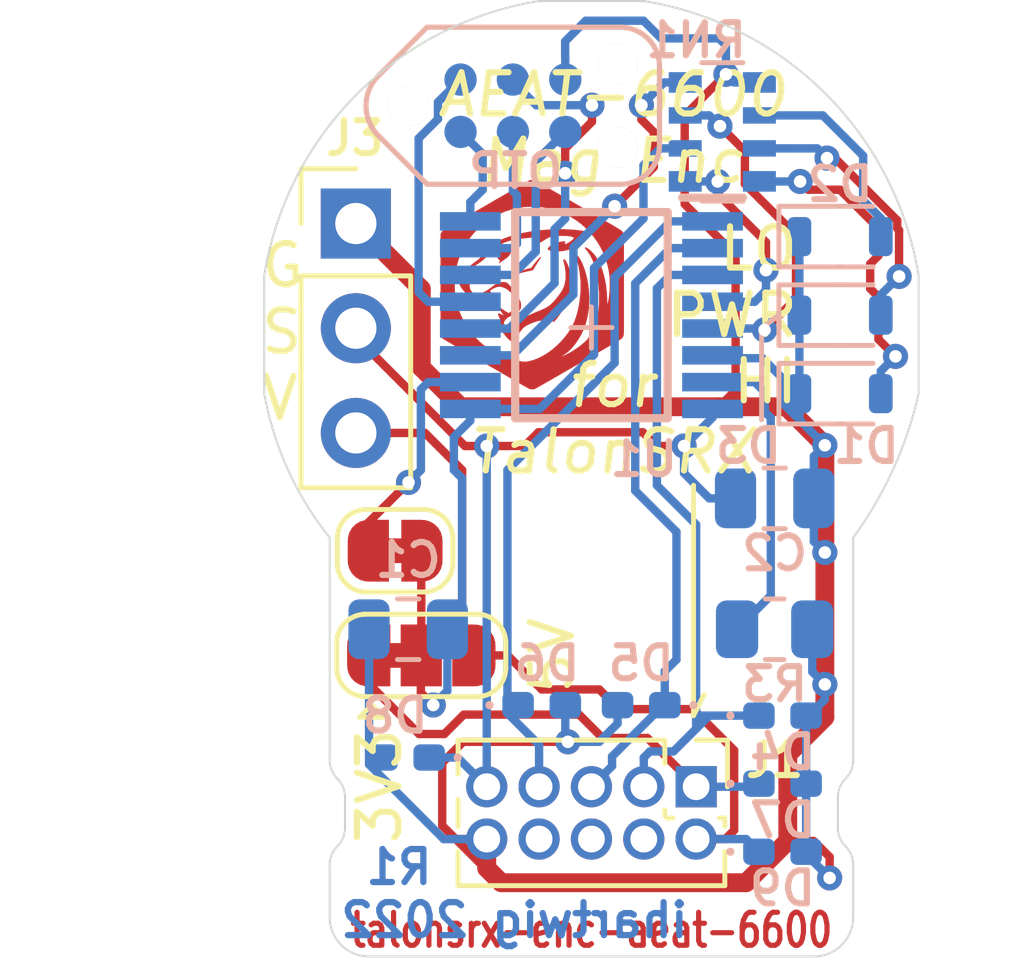
<source format=kicad_pcb>
(kicad_pcb (version 20211014) (generator pcbnew)
  (layers (0 "F.Cu" signal) (31 "B.Cu" signal) (34 "B.Paste" user) (35 "F.Paste" user) (36 "B.SilkS" user "B.Silkscreen") (37 "F.SilkS" user "F.Silkscreen") (38 "B.Mask" user) (39 "F.Mask" user) (44 "Edge.Cuts" user))
  (net 0 "")
  (net 1 "/LIM_REV")
  (net 2 "/LIM_FWD")
  (net 3 "/VDD")
  (net 4 "/MAG_HI_A")
  (net 5 "/ANA_IN")
  (net 6 "/ENC_B")
  (net 7 "/MAG_LO_A")
  (net 8 "/ENC_A")
  (net 9 "/ENC_IDX")
  (net 10 "GND")
  (net 11 "/VDD_A")
  (net 12 "/MAG_HI")
  (net 13 "/MAG_LO")
  (net 14 "/ALIGN")
  (net 15 "/VDD_F")
  (net 16 "/PWRDOWN")
  (net 17 "/VPP")
  (net 18 "/PROG")
  (net 19 "/SSI_NCS")
  (net 20 "/SSI_CLK")
  (net 21 "/SSI_DIO")
  (net 22 "+3V3")
  (net 23 "+5V")
  (footprint "MountingHole:MountingHole_2.7mm_M2.5" (layer "F.Cu") (at 160.3375 104.7242)
    (fp_text reference "H1" hide)
    (fp_text value "4-40/M2.5")
  )
  (footprint "Jumper:SolderJumper-2_P1.3mm_Bridged_RoundedPad1.0x1.5mm" (layer "F.Cu") (at 155.575 104.4575)
    (fp_text reference "JP2" hide)
    (fp_text value "SolderJumper_2_Bridged")
  )
  (footprint "Connector_PinHeader_2.54mm:PinHeader_1x03_P2.54mm_Vertical" (layer "F.Cu") (at 154.6225 96.52)
    (fp_text reference "J3")
    (fp_text value "Conn_01x03")
  )
  (footprint "Connector_PinHeader_1.27mm:PinHeader_2x05_P1.27mm_Vertical" (layer "F.Cu") (at 162.8775 110.1825 -90)
    (fp_text reference "J1")
    (fp_text value "DNP")
  )
  (footprint "Jumper:SolderJumper-3_P1.3mm_Bridged12_RoundedPad1.0x1.5mm" (layer "F.Cu") (at 156.21 106.9975)
    (fp_text reference "JP1" hide)
    (fp_text value "SolderJumper_3_Bridged12")
  )
  (footprint "frc-on-ftc-hw-special:iron_panthers_logo_fcu_5mm" (layer "F.Cu") (at 158.9 98)
    (fp_text reference "G***" hide)
    (fp_text value "LOGO" hide)
  )
  (footprint "frc-on-ftc-hw-special:AEAT-6600-T16-SOP65P640X120-16N" (layer "B.Cu") (at 160.3375 98.7425 180)
    (fp_text reference "U1")
    (fp_text value "AEAT-6600-T16" hide)
  )
  (footprint "Diode_SMD:D_0402_1005Metric_Pad0.77x0.64mm_HandSolder" (layer "B.Cu") (at 164.973 111.76)
    (fp_text reference "D9")
    (fp_text value "7VW/9.6VC")
  )
  (footprint "Resistor_SMD:R_Array_Convex_4x0603" (layer "B.Cu") (at 163.5125 94.2975 180)
    (fp_text reference "RN1")
    (fp_text value "2.2k")
  )
  (footprint "Diode_SMD:D_0402_1005Metric_Pad0.77x0.64mm_HandSolder" (layer "B.Cu") (at 159.131 108.204)
    (fp_text reference "D6")
    (fp_text value "7VW/9.6VC")
  )
  (footprint "Capacitor_SMD:C_0805_2012Metric" (layer "B.Cu") (at 155.8925 106.3625 180)
    (fp_text reference "C1")
    (fp_text value "0.1uF")
  )
  (footprint "frc-on-ftc-hw-special:LED_0603_1608Metric_FromBehind" (layer "B.Cu") (at 166.37 98.7425)
    (fp_text reference "D3")
    (fp_text value "LED_Green")
  )
  (footprint "Diode_SMD:D_0402_1005Metric_Pad0.77x0.64mm_HandSolder" (layer "B.Cu") (at 164.973 110.109)
    (fp_text reference "D7")
    (fp_text value "7VW/9.6VC")
  )
  (footprint "frc-on-ftc-hw-special:LED_0603_1608Metric_FromBehind" (layer "B.Cu") (at 166.37 96.8375)
    (fp_text reference "D2")
    (fp_text value "LED_Orange")
  )
  (footprint "Capacitor_SMD:C_0805_2012Metric" (layer "B.Cu") (at 164.7825 103.1875)
    (fp_text reference "C2")
    (fp_text value "0.1uF")
  )
  (footprint "frc-on-ftc-hw-special:TC2030-NL_SMALL" (layer "B.Cu") (at 158.4325 93.6625)
    (fp_text reference "J2" hide)
    (fp_text value "Conn_02x03_Odd_Even" hide)
  )
  (footprint "Diode_SMD:D_0402_1005Metric_Pad0.77x0.64mm_HandSolder" (layer "B.Cu") (at 161.544 108.204 180)
    (fp_text reference "D5")
    (fp_text value "7VW/9.6VC")
  )
  (footprint "Resistor_SMD:R_0805_2012Metric" (layer "B.Cu") (at 164.7825 106.3625)
    (fp_text reference "R3")
    (fp_text value "DNP")
  )
  (footprint "Diode_SMD:D_0402_1005Metric_Pad0.77x0.64mm_HandSolder" (layer "B.Cu") (at 164.973 108.458)
    (fp_text reference "D4")
    (fp_text value "7VW/9.6VC")
  )
  (footprint "Diode_SMD:D_0402_1005Metric_Pad0.77x0.64mm_HandSolder" (layer "B.Cu") (at 155.829 109.474 180)
    (fp_text reference "D8")
    (fp_text value "7VW/9.6VC")
  )
  (footprint "frc-on-ftc-hw-special:LED_0603_1608Metric_FromBehind" (layer "B.Cu") (at 166.37 100.6475)
    (fp_text reference "D1")
    (fp_text value "LED_Orange")
  )
  (gr_line (start 164.465 101.2825) (end 164.465 99.06) (layer "B.SilkS") (width 0.12))
  (gr_line (start 164.465 99.06) (end 164.885 98.7425) (layer "B.SilkS") (width 0.12))
  (gr_line (start 162.814 102.87) (end 162.814 108.458) (layer "F.SilkS") (width 0.12))
  (gr_line (start 162.814 108.458) (end 163.068 107.95) (layer "F.SilkS") (width 0.12))
  (gr_arc (start 166.6875 113.3475) (mid 166.408519 114.021019) (end 165.735 114.3) (layer "Edge.Cuts") (width 0.05))
  (gr_arc (start 154.173487 109.986513) (mid 154.035836 109.780504) (end 153.9875 109.5375) (layer "Edge.Cuts") (width 0.05))
  (gr_arc (start 166.6875 109.5375) (mid 166.639164 109.780504) (end 166.501513 109.986513) (layer "Edge.Cuts") (width 0.05))
  (gr_arc (start 161.6075 91.122501) (mid 166.021547 93.375953) (end 168.274999 97.79) (layer "Edge.Cuts") (width 0.05))
  (gr_line (start 152.4 97.79) (end 152.4 100.6475) (layer "Edge.Cuts") (width 0.05))
  (gr_line (start 161.6075 91.1225) (end 159.0675 91.1225) (layer "Edge.Cuts") (width 0.05))
  (gr_arc (start 166.501513 111.628487) (mid 166.639164 111.834496) (end 166.6875 112.0775) (layer "Edge.Cuts") (width 0.05))
  (gr_arc (start 168.274999 100.6475) (mid 167.660251 102.475114) (end 166.6875 104.14) (layer "Edge.Cuts") (width 0.05))
  (gr_arc (start 153.9875 104.14) (mid 152.975999 102.492728) (end 152.4 100.6475) (layer "Edge.Cuts") (width 0.05))
  (gr_line (start 168.275 97.79) (end 168.274999 100.6475) (layer "Edge.Cuts") (width 0.05))
  (gr_arc (start 152.400001 97.79) (mid 154.653453 93.375953) (end 159.0675 91.122501) (layer "Edge.Cuts") (width 0.05))
  (gr_line (start 166.6875 109.5375) (end 166.6875 104.14) (layer "Edge.Cuts") (width 0.05))
  (gr_arc (start 166.315526 110.435526) (mid 166.363862 110.192522) (end 166.501513 109.986513) (layer "Edge.Cuts") (width 0.05))
  (gr_arc (start 154.173487 109.986513) (mid 154.311138 110.192522) (end 154.359474 110.435526) (layer "Edge.Cuts") (width 0.05))
  (gr_arc (start 153.9875 112.0775) (mid 154.035836 111.834496) (end 154.173487 111.628487) (layer "Edge.Cuts") (width 0.05))
  (gr_line (start 153.9875 109.5375) (end 153.9875 104.14) (layer "Edge.Cuts") (width 0.05))
  (gr_arc (start 166.501513 111.628487) (mid 166.363862 111.422478) (end 166.315526 111.179474) (layer "Edge.Cuts") (width 0.05))
  (gr_arc (start 154.359474 111.179474) (mid 154.311138 111.422478) (end 154.173487 111.628487) (layer "Edge.Cuts") (width 0.05))
  (gr_arc (start 154.94 114.3) (mid 154.266481 114.021019) (end 153.9875 113.3475) (layer "Edge.Cuts") (width 0.05))
  (gr_line (start 154.359474 110.435526) (end 154.359474 111.179474) (layer "Edge.Cuts") (width 0.05))
  (gr_line (start 166.315526 111.179474) (end 166.315526 110.435526) (layer "Edge.Cuts") (width 0.05))
  (gr_line (start 166.6875 112.0775) (end 166.6875 113.3475) (layer "Edge.Cuts") (width 0.05))
  (gr_line (start 153.9875 112.0775) (end 153.9875 113.3475) (layer "Edge.Cuts") (width 0.05))
  (gr_line (start 154.94 114.3) (end 165.735 114.3) (layer "Edge.Cuts") (width 0.05))
  (gr_text "talonsrx-enc-aeat-6600" (at 160.3375 113.665) (layer "F.Cu") (effects (font (size 0.8 0.6) (thickness 0.125))))
  (gr_text "R1 \nihartwig 2022" (at 154.178 112.776) (layer "B.Cu") (effects (font (size 0.8 0.8) (thickness 0.1524)) (justify right mirror)))
  (gr_text "OTP" (at 158.496 95.25) (layer "B.SilkS") (effects (font (size 0.8 0.8)) (justify mirror)))
  (gr_text "3V3" (at 155.194 110.1725 90) (layer "F.SilkS") (effects (font (size 1 1))))
  (gr_text "for\nTalonSRX" (at 160.85 101.25) (layer "F.SilkS") (effects (font (size 1 1) (thickness 0.15) italic)))
  (gr_text "AEAT-6600\nMag Enc" (at 160.85 94.2) (layer "F.SilkS") (effects (font (size 1 1) (thickness 0.15) italic)))
  (gr_text "G\nS\nV" (at 152.25 99.15) (layer "F.SilkS") (effects (font (size 1 1)) (justify left)))
  (gr_text "LO\nPWR\nHI" (at 165.4175 98.7425) (layer "F.SilkS") (effects (font (size 1 1)) (justify right)))
  (gr_text "5V" (at 159.385 106.9975 90) (layer "F.SilkS") (effects (font (size 1 1))))
  (segment (start 156.5 108.2) (end 156.2 107.9) (width 0.2032) (layer "F.Cu") (net 3))
  (segment (start 156.2 107.9) (end 156.2 107.0075) (width 0.2032) (layer "F.Cu") (net 3))
  (segment (start 156.21 106.9975) (end 156.21 104.4725) (width 0.2032) (layer "F.Cu") (net 3))
  (segment (start 156.21 104.4725) (end 156.225 104.4575) (width 0.2032) (layer "F.Cu") (net 3))
  (segment (start 156.2 107.0075) (end 156.21 106.9975) (width 0.2032) (layer "F.Cu") (net 3))
  (via (at 156.5 108.2) (size 0.6096) (drill 0.3048) (layers "F.Cu" "B.Cu") (net 3))
  (segment (start 156.8425 107.8575) (end 156.5 108.2) (width 0.2032) (layer "B.Cu") (net 3))
  (segment (start 162.6125 94.6975) (end 162.0093 94.6975) (width 0.2032) (layer "B.Cu") (net 3))
  (segment (start 156.8425 106.3625) (end 156.8425 107.8575) (width 0.2032) (layer "B.Cu") (net 3))
  (segment (start 161.6 95.1068) (end 161.6 96.4) (width 0.2032) (layer "B.Cu") (net 3))
  (segment (start 160.4 97.6) (end 160.4 99.7) (width 0.2032) (layer "B.Cu") (net 3))
  (segment (start 159.0825 101.0175) (end 157.3995 101.0175) (width 0.2032) (layer "B.Cu") (net 3))
  (segment (start 157.2 102.7) (end 157.2 106.005) (width 0.2032) (layer "B.Cu") (net 3))
  (segment (start 157 101.7) (end 157 102.5) (width 0.2032) (layer "B.Cu") (net 3))
  (segment (start 157.2 106.005) (end 156.8425 106.3625) (width 0.2032) (layer "B.Cu") (net 3))
  (segment (start 161.6 96.4) (end 160.4 97.6) (width 0.2032) (layer "B.Cu") (net 3))
  (segment (start 157.3995 101.3005) (end 157 101.7) (width 0.2032) (layer "B.Cu") (net 3))
  (segment (start 162.0093 94.6975) (end 161.6 95.1068) (width 0.2032) (layer "B.Cu") (net 3))
  (segment (start 157 102.5) (end 157.2 102.7) (width 0.2032) (layer "B.Cu") (net 3))
  (segment (start 157.3995 101.0175) (end 157.3995 101.3005) (width 0.2032) (layer "B.Cu") (net 3))
  (segment (start 160.4 99.7) (end 159.0825 101.0175) (width 0.2032) (layer "B.Cu") (net 3))
  (segment (start 165.6 95.7) (end 165.4 95.5) (width 0.2032) (layer "F.Cu") (net 4))
  (segment (start 167.3 96.634543) (end 166.365457 95.7) (width 0.2032) (layer "F.Cu") (net 4))
  (segment (start 167.713618 99.74291) (end 167.3 99.329292) (width 0.2032) (layer "F.Cu") (net 4))
  (segment (start 167.1 97.5) (end 167.3 97.3) (width 0.2032) (layer "F.Cu") (net 4))
  (segment (start 167.3 97.3) (end 167.3 96.634543) (width 0.2032) (layer "F.Cu") (net 4))
  (segment (start 166.365457 95.7) (end 166.3 95.7) (width 0.2032) (layer "F.Cu") (net 4))
  (segment (start 167.3 99.329292) (end 167.3 98.3) (width 0.2032) (layer "F.Cu") (net 4))
  (segment (start 166.3 95.7) (end 165.6 95.7) (width 0.2032) (layer "F.Cu") (net 4))
  (segment (start 167.3 98.3) (end 167.1 98.1) (width 0.2032) (layer "F.Cu") (net 4))
  (segment (start 167.1 98.1) (end 167.1 97.5) (width 0.2032) (layer "F.Cu") (net 4))
  (via (at 167.713618 99.74291) (size 0.6096) (drill 0.3048) (layers "F.Cu" "B.Cu") (net 4))
  (via (at 165.4 95.5) (size 0.6096) (drill 0.3048) (layers "F.Cu" "B.Cu") (net 4))
  (segment (start 167.3575 100.099028) (end 167.713618 99.74291) (width 0.2032) (layer "B.Cu") (net 4))
  (segment (start 167.3575 100.6475) (end 167.3575 100.099028) (width 0.2032) (layer "B.Cu") (net 4))
  (segment (start 165.4 95.5) (end 164.415 95.5) (width 0.2032) (layer "B.Cu") (net 4))
  (segment (start 164.415 95.5) (end 164.4125 95.4975) (width 0.2032) (layer "B.Cu") (net 4))
  (segment (start 154.6225 99.2725) (end 154.6225 99.06) (width 0.2032) (layer "F.Cu") (net 5))
  (segment (start 161.58375 101.58375) (end 161.9175 101.9175) (width 0.2032) (layer "F.Cu") (net 5))
  (segment (start 158.7175 101.9175) (end 159.05125 101.58375) (width 0.2032) (layer "F.Cu") (net 5))
  (segment (start 161.9175 101.9175) (end 162.5849 101.9175) (width 0.2032) (layer "F.Cu") (net 5))
  (segment (start 159.05125 101.58375) (end 161.58375 101.58375) (width 0.2032) (layer "F.Cu") (net 5))
  (segment (start 157.2675 101.9175) (end 154.6225 99.2725) (width 0.2032) (layer "F.Cu") (net 5))
  (segment (start 157.7975 101.9175) (end 158.7175 101.9175) (width 0.2032) (layer "F.Cu") (net 5))
  (segment (start 157.7975 101.9175) (end 157.2675 101.9175) (width 0.2032) (layer "F.Cu") (net 5))
  (via (at 157.7975 101.9175) (size 0.6096) (drill 0.3048) (layers "F.Cu" "B.Cu") (net 5))
  (via (at 162.5849 101.9175) (size 0.6096) (drill 0.3048) (layers "F.Cu" "B.Cu") (net 5))
  (segment (start 157.089 109.474) (end 157.7975 110.1825) (width 0.2032) (layer "B.Cu") (net 5))
  (segment (start 163.2755 101.2269) (end 162.5849 101.9175) (width 0.2032) (layer "B.Cu") (net 5))
  (segment (start 163.2755 101.0175) (end 163.2755 101.2269) (width 0.2032) (layer "B.Cu") (net 5))
  (segment (start 157.7975 110.1825) (end 157.7975 101.9175) (width 0.2032) (layer "B.Cu") (net 5))
  (segment (start 163.8325 103.1875) (end 163.195 103.1875) (width 0.2032) (layer "B.Cu") (net 5))
  (segment (start 163.195 103.1875) (end 162.5849 102.5774) (width 0.2032) (layer "B.Cu") (net 5))
  (segment (start 156.4015 109.474) (end 157.089 109.474) (width 0.2032) (layer "B.Cu") (net 5))
  (segment (start 162.5849 102.5774) (end 162.5849 101.9175) (width 0.2032) (layer "B.Cu") (net 5))
  (segment (start 162.4 107.1) (end 162.4 104) (width 0.2032) (layer "B.Cu") (net 6))
  (segment (start 162.1165 108.204) (end 162.1165 107.3835) (width 0.2032) (layer "B.Cu") (net 6))
  (segment (start 161.4 103) (end 161.4 97.970278) (width 0.2032) (layer "B.Cu") (net 6))
  (segment (start 162.1165 107.3835) (end 162.4 107.1) (width 0.2032) (layer "B.Cu") (net 6))
  (segment (start 162.082489 108.204) (end 162.1165 108.204) (width 0.2032) (layer "B.Cu") (net 6))
  (segment (start 162.4 104) (end 161.4 103) (width 0.2032) (layer "B.Cu") (net 6))
  (segment (start 160.3375 110.1825) (end 160.837499 109.682501) (width 0.2032) (layer "B.Cu") (net 6))
  (segment (start 162.252778 97.1175) (end 163.2755 97.1175) (width 0.2032) (layer "B.Cu") (net 6))
  (segment (start 161.4 97.970278) (end 162.252778 97.1175) (width 0.2032) (layer "B.Cu") (net 6))
  (segment (start 160.837499 109.44899) (end 162.082489 108.204) (width 0.2032) (layer "B.Cu") (net 6))
  (segment (start 160.837499 109.682501) (end 160.837499 109.44899) (width 0.2032) (layer "B.Cu") (net 6))
  (segment (start 167.3575 96.390225) (end 167.3575 96.8375) (width 0.2032) (layer "B.Cu") (net 7))
  (segment (start 166.928637 95.961363) (end 167.3575 96.390225) (width 0.2032) (layer "B.Cu") (net 7))
  (segment (start 165.950742 93.8975) (end 166.928637 94.875395) (width 0.2032) (layer "B.Cu") (net 7))
  (segment (start 166.928637 94.875395) (end 166.928637 95.961363) (width 0.2032) (layer "B.Cu") (net 7))
  (segment (start 164.4125 93.8975) (end 165.950742 93.8975) (width 0.2032) (layer "B.Cu") (net 7))
  (segment (start 162.252778 96.4675) (end 163.2755 96.4675) (width 0.2032) (layer "B.Cu") (net 8))
  (segment (start 159.0675 110.1825) (end 159.0675 109.1675) (width 0.2032) (layer "B.Cu") (net 8))
  (segment (start 158.3 102.5) (end 160.9 99.9) (width 0.2032) (layer "B.Cu") (net 8))
  (segment (start 159.0675 109.1675) (end 158.3 108.4) (width 0.2032) (layer "B.Cu") (net 8))
  (segment (start 160.9 97.820278) (end 162.252778 96.4675) (width 0.2032) (layer "B.Cu") (net 8))
  (segment (start 158.3 108.4) (end 158.3 102.5) (width 0.2032) (layer "B.Cu") (net 8))
  (segment (start 160.9 99.9) (end 160.9 97.820278) (width 0.2032) (layer "B.Cu") (net 8))
  (segment (start 161.6075 109.475394) (end 161.755505 109.327389) (width 0.2032) (layer "B.Cu") (net 9))
  (segment (start 161.925 102.87) (end 161.925 98.095278) (width 0.2032) (layer "B.Cu") (net 9))
  (segment (start 161.925 98.095278) (end 162.252778 97.7675) (width 0.2032) (layer "B.Cu") (net 9))
  (segment (start 161.6075 110.1825) (end 161.6075 109.475394) (width 0.2032) (layer "B.Cu") (net 9))
  (segment (start 162.8775 103.8225) (end 161.925 102.87) (width 0.2032) (layer "B.Cu") (net 9))
  (segment (start 161.755505 109.327389) (end 162.325611 109.327389) (width 0.2032) (layer "B.Cu") (net 9))
  (segment (start 163.195 108.458) (end 162.8775 108.7755) (width 0.2032) (layer "B.Cu") (net 9))
  (segment (start 162.8775 108.7755) (end 162.8775 108.3945) (width 0.2032) (layer "B.Cu") (net 9))
  (segment (start 164.4005 108.458) (end 163.195 108.458) (width 0.2032) (layer "B.Cu") (net 9))
  (segment (start 162.252778 97.7675) (end 163.2755 97.7675) (width 0.2032) (layer "B.Cu") (net 9))
  (segment (start 163.195 108.458) (end 162.941 108.458) (width 0.2032) (layer "B.Cu") (net 9))
  (segment (start 162.8775 108.3945) (end 162.8775 103.8225) (width 0.2032) (layer "B.Cu") (net 9))
  (segment (start 162.325611 109.327389) (end 162.8775 108.7755) (width 0.2032) (layer "B.Cu") (net 9))
  (segment (start 162.941 108.458) (end 162.8775 108.3945) (width 0.2032) (layer "B.Cu") (net 9))
  (segment (start 163.815 100.585) (end 163.435 100.965) (width 0.2032) (layer "F.Cu") (net 10))
  (segment (start 156.718 109.601) (end 156.718 111.125) (width 0.2032) (layer "F.Cu") (net 10))
  (segment (start 166.116 111.887) (end 165.729 111.5) (width 0.2032) (layer "F.Cu") (net 10))
  (segment (start 157.226 109.093) (end 156.718 109.601) (width 0.2032) (layer "F.Cu") (net 10))
  (segment (start 157.0455 111.4525) (end 157.7975 111.4525) (width 0.2032) (layer "F.Cu") (net 10))
  (segment (start 164.089189 112.510811) (end 158.148705 112.510811) (width 0.4572) (layer "F.Cu") (net 10))
  (segment (start 163.6 92.9) (end 162.6 93.9) (width 0.2032) (layer "F.Cu") (net 10))
  (segment (start 163.835 100.585) (end 164.035 100.785) (width 0.2032) (layer "F.Cu") (net 10))
  (segment (start 157.7975 112.159606) (end 157.7975 111.4525) (width 0.4572) (layer "F.Cu") (net 10))
  (segment (start 165.065 100.965) (end 166 101.9) (width 0.4572) (layer "F.Cu") (net 10))
  (segment (start 159.766 109.093) (end 157.226 109.093) (width 0.2032) (layer "F.Cu") (net 10))
  (segment (start 165.1 111.5) (end 164.089189 112.510811) (width 0.4572) (layer "F.Cu") (net 10))
  (segment (start 166 107.7) (end 166 104.5) (width 0.4572) (layer "F.Cu") (net 10))
  (segment (start 165.729 111.5) (end 165.1 111.5) (width 0.2032) (layer "F.Cu") (net 10))
  (segment (start 165.1 111.5) (end 165.1 109.4) (width 0.4572) (layer "F.Cu") (net 10))
  (segment (start 162.6 93.9) (end 162.6 96.05) (width 0.2032) (layer "F.Cu") (net 10))
  (segment (start 157.0455 111.4525) (end 157.752606 112.159606) (width 0.2032) (layer "F.Cu") (net 10))
  (segment (start 166 108.5) (end 166 107.7) (width 0.4572) (layer "F.Cu") (net 10))
  (segment (start 157.1625 100.965) (end 163.435 100.965) (width 0.4572) (layer "F.Cu") (net 10))
  (segment (start 158.148705 112.510811) (end 157.7975 112.159606) (width 0.4572) (layer "F.Cu") (net 10))
  (segment (start 164.035 100.965) (end 165.065 100.965) (width 0.4572) (layer "F.Cu") (net 10))
  (segment (start 162.6 96.05) (end 163.835 97.285) (width 0.2032) (layer "F.Cu") (net 10))
  (segment (start 163.835 97.285) (end 163.835 100.585) (width 0.2032) (layer "F.Cu") (net 10))
  (segment (start 156.21 100.0125) (end 157.1625 100.965) (width 0.4572) (layer "F.Cu") (net 10))
  (segment (start 166.116 112.395) (end 166.116 111.887) (width 0.2032) (layer "F.Cu") (net 10))
  (segment (start 166 104.5) (end 166 101.9) (width 0.4572) (layer "F.Cu") (net 10))
  (segment (start 154.6225 96.52) (end 156.21 98.1075) (width 0.4572) (layer "F.Cu") (net 10))
  (segment (start 157.752606 112.159606) (end 157.7975 112.159606) (width 0.2032) (layer "F.Cu") (net 10))
  (segment (start 164.035 100.785) (end 164.035 100.965) (width 0.2032) (layer "F.Cu") (net 10))
  (segment (start 156.21 98.1075) (end 156.21 100.0125) (width 0.4572) (layer "F.Cu") (net 10))
  (segment (start 165.1 109.4) (end 166 108.5) (width 0.4572) (layer "F.Cu") (net 10))
  (segment (start 163.435 100.965) (end 164.035 100.965) (width 0.4572) (layer "F.Cu") (net 10))
  (segment (start 163.835 100.585) (end 163.835 100.965) (width 0.2032) (layer "F.Cu") (net 10))
  (segment (start 156.718 111.125) (end 157.0455 111.4525) (width 0.2032) (layer "F.Cu") (net 10))
  (segment (start 163.835 100.585) (end 163.815 100.585) (width 0.2032) (layer "F.Cu") (net 10))
  (via (at 166 107.7) (size 0.6096) (drill 0.3048) (layers "F.Cu" "B.Cu") (net 10))
  (via (at 163.6 92.9) (size 0.6096) (drill 0.3048) (layers "F.Cu" "B.Cu") (net 10))
  (via (at 166.116 112.395) (size 0.6096) (drill 0.3048) (layers "F.Cu" "B.Cu") (net 10))
  (via (at 166 104.5) (size 0.6096) (drill 0.3048) (layers "F.Cu" "B.Cu") (net 10))
  (via (at 159.766 109.093) (size 0.6096) (drill 0.3048) (layers "F.Cu" "B.Cu") (net 10))
  (via (at 166 101.9) (size 0.6096) (drill 0.3048) (layers "F.Cu" "B.Cu") (net 10))
  (segment (start 165.3825 96.8375) (end 165.3825 98.7425) (width 0.2032) (layer "B.Cu") (net 10))
  (segment (start 160.528 109.093) (end 159.766 109.093) (width 0.2032) (layer "B.Cu") (net 10))
  (segment (start 165.3825 100.6475) (end 165.3825 101.2825) (width 0.2032) (layer "B.Cu") (net 10))
  (segment (start 165.695 106.3625) (end 165.695 107.395) (width 0.2032) (layer "B.Cu") (net 10))
  (segment (start 165.7325 103.1875) (end 165.7325 102.1675) (width 0.2032) (layer "B.Cu") (net 10))
  (segment (start 159.7 92.1) (end 159.7 92.470021) (width 0.2032) (layer "B.Cu") (net 10))
  (segment (start 165.608 108.458) (end 166 108.066) (width 0.2032) (layer "B.Cu") (net 10))
  (segment (start 154.9425 106.3625) (end 154.9425 109.6425) (width 0.2032) (layer "B.Cu") (net 10))
  (segment (start 165.3825 98.7425) (end 165.3825 100.6475) (width 0.2032) (layer "B.Cu") (net 10))
  (segment (start 162.029387 92.029387) (end 161.6 91.6) (width 0.2032) (layer "B.Cu") (net 10))
  (segment (start 165.5455 111.8245) (end 166.116 112.395) (width 0.2032) (layer "B.Cu") (net 10))
  (segment (start 165 100.9) (end 165 100.3) (width 0.2032) (layer "B.Cu") (net 10))
  (segment (start 165.5455 108.458) (end 165.608 108.458) (width 0.2032) (layer "B.Cu") (net 10))
  (segment (start 159.7 92.470021) (end 159.7025 92.472521) (width 0.2032) (layer "B.Cu") (net 10))
  (segment (start 164.4125 93.0975) (end 163.7975 93.0975) (width 0.2032) (layer "B.Cu") (net 10))
  (segment (start 160.9715 108.6495) (end 160.528 109.093) (width 0.2032) (layer "B.Cu") (net 10))
  (segment (start 165.7325 104.2325) (end 166 104.5) (width 0.2032) (layer "B.Cu") (net 10))
  (segment (start 160.2 91.6) (end 159.7 92.1) (width 0.2032) (layer "B.Cu") (net 10))
  (segment (start 159.7035 108.204) (end 159.7035 109.0305) (width 0.2032) (layer "B.Cu") (net 10))
  (segment (start 159.7035 109.0305) (end 159.766 109.093) (width 0.2032) (layer "B.Cu") (net 10))
  (segment (start 166 108.066) (end 166 107.7) (width 0.2032) (layer "B.Cu") (net 10))
  (segment (start 165.5455 111.76) (end 165.5455 111.8245) (width 0.2032) (layer "B.Cu") (net 10))
  (segment (start 163.7975 93.0975) (end 163.6 92.9) (width 0.2032) (layer "B.Cu") (net 10))
  (segment (start 163.345389 99.787389) (end 164.487389 99.787389) (width 0.2032) (layer "B.Cu") (net 10))
  (segment (start 165.695 107.395) (end 166 107.7) (width 0.2032) (layer "B.Cu") (net 10))
  (segment (start 163.429387 92.029387) (end 162.029387 92.029387) (width 0.2032) (layer "B.Cu") (net 10))
  (segment (start 163.2755 99.7175) (end 163.345389 99.787389) (width 0.2032) (layer "B.Cu") (net 10))
  (segment (start 161.6 91.6) (end 160.2 91.6) (width 0.2032) (layer "B.Cu") (net 10))
  (segment (start 156.7525 111.4525) (end 157.7975 111.4525) (width 0.2032) (layer "B.Cu") (net 10))
  (segment (start 154.9425 109.6425) (end 156.7525 111.4525) (width 0.2032) (layer "B.Cu") (net 10))
  (segment (start 165.3825 101.2825) (end 165 100.9) (width 0.2032) (layer "B.Cu") (net 10))
  (segment (start 165.5455 110.109) (end 165.5455 111.76) (width 0.2032) (layer "B.Cu") (net 10))
  (segment (start 159.7025 92.472521) (end 159.7025 93.0275) (width 0.2032) (layer "B.Cu") (net 10))
  (segment (start 165.7325 102.1675) (end 166 101.9) (width 0.2032) (layer "B.Cu") (net 10))
  (segment (start 165.5455 109.855) (end 165.5455 108.458) (width 0.2032) (layer "B.Cu") (net 10))
  (segment (start 163.6 92.2) (end 163.429387 92.029387) (width 0.2032) (layer "B.Cu") (net 10))
  (segment (start 165.3825 101.2825) (end 166 101.9) (width 0.2032) (layer "B.Cu") (net 10))
  (segment (start 164.487389 99.787389) (end 165 100.3) (width 0.2032) (layer "B.Cu") (net 10))
  (segment (start 165.7325 103.1875) (end 165.7325 104.2325) (width 0.2032) (layer "B.Cu") (net 10))
  (segment (start 160.9715 108.204) (end 160.9715 108.6495) (width 0.2032) (layer "B.Cu") (net 10))
  (segment (start 163.6 92.9) (end 163.6 92.2) (width 0.2032) (layer "B.Cu") (net 10))
  (segment (start 167.756711 96.636711) (end 167.8 96.68) (width 0.2032) (layer "F.Cu") (net 11))
  (segment (start 167.756711 96.445368) (end 167.756711 96.636711) (width 0.2032) (layer "F.Cu") (net 11))
  (segment (start 166.243843 94.9325) (end 167.756711 96.445368) (width 0.2032) (layer "F.Cu") (net 11))
  (segment (start 167.8 96.68) (end 167.8 97.80175) (width 0.2032) (layer "F.Cu") (net 11))
  (segment (start 167.8 97.80175) (end 167.801572 97.803322) (width 0.2032) (layer "F.Cu") (net 11))
  (segment (start 166.0525 94.9325) (end 166.243843 94.9325) (width 0.2032) (layer "F.Cu") (net 11))
  (via (at 166.0525 94.9325) (size 0.6096) (drill 0.3048) (layers "F.Cu" "B.Cu") (net 11))
  (via (at 167.801572 97.803322) (size 0.6096) (drill 0.3048) (layers "F.Cu" "B.Cu") (net 11))
  (segment (start 167.3575 98.7425) (end 167.3575 98.247394) (width 0.2032) (layer "B.Cu") (net 11))
  (segment (start 165.8175 94.6975) (end 166.0525 94.9325) (width 0.2032) (layer "B.Cu") (net 11))
  (segment (start 167.3575 98.247394) (end 167.801572 97.803322) (width 0.2032) (layer "B.Cu") (net 11))
  (segment (start 165.0157 94.6975) (end 165.8175 94.6975) (width 0.2032) (layer "B.Cu") (net 11))
  (segment (start 164.4125 94.6975) (end 165.0157 94.6975) (width 0.2032) (layer "B.Cu") (net 11))
  (segment (start 164.571302 97.651774) (end 164.571302 96.971302) (width 0.2032) (layer "F.Cu") (net 12))
  (segment (start 164.2 96.6) (end 163.4 95.8) (width 0.2032) (layer "F.Cu") (net 12))
  (segment (start 164.571302 96.971302) (end 164.2 96.6) (width 0.2032) (layer "F.Cu") (net 12))
  (segment (start 163.4 95.8) (end 163.4 95.5) (width 0.2032) (layer "F.Cu") (net 12))
  (via (at 164.571302 97.651774) (size 0.6096) (drill 0.3048) (layers "F.Cu" "B.Cu") (net 12))
  (via (at 163.4 95.5) (size 0.6096) (drill 0.3048) (layers "F.Cu" "B.Cu") (net 12))
  (segment (start 164.571302 98.14442) (end 164.571302 97.651774) (width 0.2032) (layer "B.Cu") (net 12))
  (segment (start 163.2755 98.4175) (end 164.298222 98.4175) (width 0.2032) (layer "B.Cu") (net 12))
  (segment (start 164.298222 98.4175) (end 164.571302 98.14442) (width 0.2032) (layer "B.Cu") (net 12))
  (segment (start 163.4 95.5) (end 162.615 95.5) (width 0.2032) (layer "B.Cu") (net 12))
  (segment (start 162.615 95.5) (end 162.6125 95.4975) (width 0.2032) (layer "B.Cu") (net 12))
  (segment (start 165.3 96.8) (end 165.3 98.339869) (width 0.2032) (layer "F.Cu") (net 13))
  (segment (start 165.3 98.339869) (end 164.537292 99.102577) (width 0.2032) (layer "F.Cu") (net 13))
  (segment (start 164.059901 94.762071) (end 164.059901 95.559901) (width 0.2032) (layer "F.Cu") (net 13))
  (segment (start 163.455342 94.157512) (end 164.059901 94.762071) (width 0.2032) (layer "F.Cu") (net 13))
  (segment (start 164.059901 95.559901) (end 165.3 96.8) (width 0.2032) (layer "F.Cu") (net 13))
  (via (at 163.455342 94.157512) (size 0.6096) (drill 0.3048) (layers "F.Cu" "B.Cu") (net 13))
  (via (at 164.537292 99.102577) (size 0.6096) (drill 0.3048) (layers "F.Cu" "B.Cu") (net 13))
  (segment (start 163.19533 93.8975) (end 163.455342 94.157512) (width 0.2032) (layer "B.Cu") (net 13))
  (segment (start 163.2755 99.0675) (end 164.502215 99.0675) (width 0.2032) (layer "B.Cu") (net 13))
  (segment (start 164.502215 99.0675) (end 164.537292 99.102577) (width 0.2032) (layer "B.Cu") (net 13))
  (segment (start 162.6125 93.8975) (end 163.19533 93.8975) (width 0.2032) (layer "B.Cu") (net 13))
  (segment (start 164.68762 105.54488) (end 164.68762 101.233506) (width 0.2032) (layer "B.Cu") (net 14))
  (segment (start 163.87 106.3625) (end 164.68762 105.54488) (width 0.2032) (layer "B.Cu") (net 14))
  (segment (start 164.298222 100.3675) (end 163.2755 100.3675) (width 0.2032) (layer "B.Cu") (net 14))
  (segment (start 164.54329 101.089176) (end 164.54329 100.612568) (width 0.2032) (layer "B.Cu") (net 14))
  (segment (start 164.68762 101.233506) (end 164.54329 101.089176) (width 0.2032) (layer "B.Cu") (net 14))
  (segment (start 164.54329 100.612568) (end 164.298222 100.3675) (width 0.2032) (layer "B.Cu") (net 14))
  (segment (start 155.9 102.8) (end 154.925 103.775) (width 0.2032) (layer "F.Cu") (net 15))
  (segment (start 154.925 103.775) (end 154.925 104.4575) (width 0.2032) (layer "F.Cu") (net 15))
  (via (at 155.9 102.8) (size 0.6096) (drill 0.3048) (layers "F.Cu" "B.Cu") (net 15))
  (segment (start 156.2 100.544278) (end 156.2 101) (width 0.2032) (layer "B.Cu") (net 15))
  (segment (start 156.2 101) (end 156.2 102.5) (width 0.2032) (layer "B.Cu") (net 15))
  (segment (start 157.3995 100.3675) (end 156.376778 100.3675) (width 0.2032) (layer "B.Cu") (net 15))
  (segment (start 156.376778 100.3675) (end 156.2 100.544278) (width 0.2032) (layer "B.Cu") (net 15))
  (segment (start 156.2 102.5) (end 155.9 102.8) (width 0.2032) (layer "B.Cu") (net 15))
  (segment (start 161.55 94) (end 161.85 94.3) (width 0.2032) (layer "F.Cu") (net 16))
  (segment (start 161.85 95.15) (end 160.9 96.1) (width 0.2032) (layer "F.Cu") (net 16))
  (segment (start 161.85 94.3) (end 161.85 95.15) (width 0.2032) (layer "F.Cu") (net 16))
  (segment (start 161.55 93.65) (end 161.55 94) (width 0.2032) (layer "F.Cu") (net 16))
  (via (at 161.55 93.65) (size 0.6096) (drill 0.3048) (layers "F.Cu" "B.Cu") (net 16))
  (via (at 160.9 96.1) (size 0.6096) (drill 0.3048) (layers "F.Cu" "B.Cu") (net 16))
  (segment (start 162.1025 93.0975) (end 161.55 93.65) (width 0.2032) (layer "B.Cu") (net 16))
  (segment (start 160.9 96.1) (end 159.9 97.1) (width 0.2032) (layer "B.Cu") (net 16))
  (segment (start 162.6125 93.0975) (end 162.1025 93.0975) (width 0.2032) (layer "B.Cu") (net 16))
  (segment (start 159.9 97.1) (end 159.9 98.239722) (width 0.2032) (layer "B.Cu") (net 16))
  (segment (start 159.9 98.239722) (end 158.422222 99.7175) (width 0.2032) (layer "B.Cu") (net 16))
  (segment (start 158.422222 99.7175) (end 157.3995 99.7175) (width 0.2032) (layer "B.Cu") (net 16))
  (segment (start 159.7 94.7) (end 160.35 94.05) (width 0.2032) (layer "F.Cu") (net 17))
  (segment (start 159.7 95.3) (end 159.7 94.7) (width 0.2032) (layer "F.Cu") (net 17))
  (segment (start 160.35 94.05) (end 160.35 93.65) (width 0.2032) (layer "F.Cu") (net 17))
  (via (at 159.7 95.3) (size 0.6096) (drill 0.3048) (layers "F.Cu" "B.Cu") (net 17))
  (via (at 160.35 93.65) (size 0.6096) (drill 0.3048) (layers "F.Cu" "B.Cu") (net 17))
  (segment (start 158.3402 99.0675) (end 159.443289 97.964411) (width 0.2032) (layer "B.Cu") (net 17))
  (segment (start 159.443289 97.964411) (end 159.443289 96.656711) (width 0.2032) (layer "B.Cu") (net 17))
  (segment (start 157.3995 99.0675) (end 158.3402 99.0675) (width 0.2032) (layer "B.Cu") (net 17))
  (segment (start 159.443289 96.656711) (end 159.7 96.4) (width 0.2032) (layer "B.Cu") (net 17))
  (segment (start 159.7 96.05) (end 159.7 96.4) (width 0.2032) (layer "B.Cu") (net 17))
  (segment (start 158.4325 93.0825) (end 159 93.65) (width 0.2032) (layer "B.Cu") (net 17))
  (segment (start 159 93.65) (end 160.35 93.65) (width 0.2032) (layer "B.Cu") (net 17))
  (segment (start 159.7 96.05) (end 159.7 95.3) (width 0.2032) (layer "B.Cu") (net 17))
  (segment (start 158.4325 93.0275) (end 158.4325 93.0825) (width 0.2032) (layer "B.Cu") (net 17))
  (segment (start 156.614651 93.985349) (end 156.614651 93.575349) (width 0.2032) (layer "B.Cu") (net 18))
  (segment (start 156.145111 98.185833) (end 156.145111 94.454889) (width 0.2032) (layer "B.Cu") (net 18))
  (segment (start 156.145111 94.454889) (end 156.614651 93.985349) (width 0.2032) (layer "B.Cu") (net 18))
  (segment (start 156.614651 93.575349) (end 157.1625 93.0275) (width 0.2032) (layer "B.Cu") (net 18))
  (segment (start 157.3995 98.4175) (end 156.376778 98.4175) (width 0.2032) (layer "B.Cu") (net 18))
  (segment (start 156.376778 98.4175) (end 156.145111 98.185833) (width 0.2032) (layer "B.Cu") (net 18))
  (segment (start 157.3995 97.7675) (end 158.422222 97.7675) (width 0.2032) (layer "B.Cu") (net 19))
  (segment (start 158.986578 95.013422) (end 159.7025 94.2975) (width 0.2032) (layer "B.Cu") (net 19))
  (segment (start 158.422222 97.7675) (end 158.986578 97.203144) (width 0.2032) (layer "B.Cu") (net 19))
  (segment (start 158.986578 97.203144) (end 158.986578 95.013422) (width 0.2032) (layer "B.Cu") (net 19))
  (segment (start 158.4325 95.7325) (end 158.529869 95.829869) (width 0.2032) (layer "B.Cu") (net 20))
  (segment (start 158.529869 97.009853) (end 158.422222 97.1175) (width 0.2032) (layer "B.Cu") (net 20))
  (segment (start 158.422222 97.1175) (end 157.3995 97.1175) (width 0.2032) (layer "B.Cu") (net 20))
  (segment (start 158.4325 94.2975) (end 158.4325 95.7325) (width 0.2032) (layer "B.Cu") (net 20))
  (segment (start 158.529869 95.829869) (end 158.529869 97.009853) (width 0.2032) (layer "B.Cu") (net 20))
  (segment (start 157.7 95.7) (end 157.3995 96.0005) (width 0.2032) (layer "B.Cu") (net 21))
  (segment (start 157.1625 94.2975) (end 157.7 94.835) (width 0.2032) (layer "B.Cu") (net 21))
  (segment (start 157.3995 96.0005) (end 157.3995 96.4675) (width 0.2032) (layer "B.Cu") (net 21))
  (segment (start 157.7 94.835) (end 157.7 95.7) (width 0.2032) (layer "B.Cu") (net 21))
  (segment (start 154.91 107.657722) (end 156.156103 108.903825) (width 0.2032) (layer "F.Cu") (net 22))
  (segment (start 154.925 106.9825) (end 154.91 106.9975) (width 0.2032) (layer "F.Cu") (net 22))
  (segment (start 160.606242 109) (end 161.695 109) (width 0.2032) (layer "F.Cu") (net 22))
  (segment (start 156.769289 108.903825) (end 157.240015 108.433099) (width 0.2032) (layer "F.Cu") (net 22))
  (segment (start 157.240015 108.433099) (end 160.039341 108.433099) (width 0.2032) (layer "F.Cu") (net 22))
  (segment (start 161.695 109) (end 162.8775 110.1825) (width 0.2032) (layer "F.Cu") (net 22))
  (segment (start 154.91 106.9975) (end 154.91 107.657722) (width 0.2032) (layer "F.Cu") (net 22))
  (segment (start 156.156103 108.903825) (end 156.769289 108.903825) (width 0.2032) (layer "F.Cu") (net 22))
  (segment (start 160.039341 108.433099) (end 160.606242 109) (width 0.2032) (layer "F.Cu") (net 22))
  (segment (start 164.327 110.1825) (end 164.4005 110.109) (width 0.2032) (layer "B.Cu") (net 22))
  (segment (start 162.8775 110.1825) (end 164.327 110.1825) (width 0.2032) (layer "B.Cu") (net 22))
  (segment (start 162.8775 111.4525) (end 163.584606 111.4525) (width 0.2032) (layer "F.Cu") (net 23))
  (segment (start 156.3 101.6) (end 157.2 102.5) (width 0.2032) (layer "F.Cu") (net 23))
  (segment (start 163.584606 111.4525) (end 163.8 111.237106) (width 0.2032) (layer "F.Cu") (net 23))
  (segment (start 162.8 108.3) (end 161.005 108.3) (width 0.2032) (layer "F.Cu") (net 23))
  (segment (start 163.8 109.3) (end 162.8 108.3) (width 0.2032) (layer "F.Cu") (net 23))
  (segment (start 161.005 108.3) (end 160.528 107.823) (width 0.2032) (layer "F.Cu") (net 23))
  (segment (start 163.8 111.237106) (end 163.8 109.3) (width 0.2032) (layer "F.Cu") (net 23))
  (segment (start 157.2 102.5) (end 157.2 106.6875) (width 0.2032) (layer "F.Cu") (net 23))
  (segment (start 158.3055 106.9975) (end 157.51 106.9975) (width 0.2032) (layer "F.Cu") (net 23))
  (segment (start 154.6225 101.6) (end 156.3 101.6) (width 0.2032) (layer "F.Cu") (net 23))
  (segment (start 159.131 107.823) (end 158.3055 106.9975) (width 0.2032) (layer "F.Cu") (net 23))
  (segment (start 157.2 106.6875) (end 157.51 106.9975) (width 0.2032) (layer "F.Cu") (net 23))
  (segment (start 160.528 107.823) (end 159.131 107.823) (width 0.2032) (layer "F.Cu") (net 23))
  (segment (start 164.093 111.4525) (end 164.4005 111.76) (width 0.2032) (layer "B.Cu") (net 23))
  (segment (start 162.8775 111.4525) (end 164.093 111.4525) (width 0.2032) (layer "B.Cu") (net 23))
)
</source>
